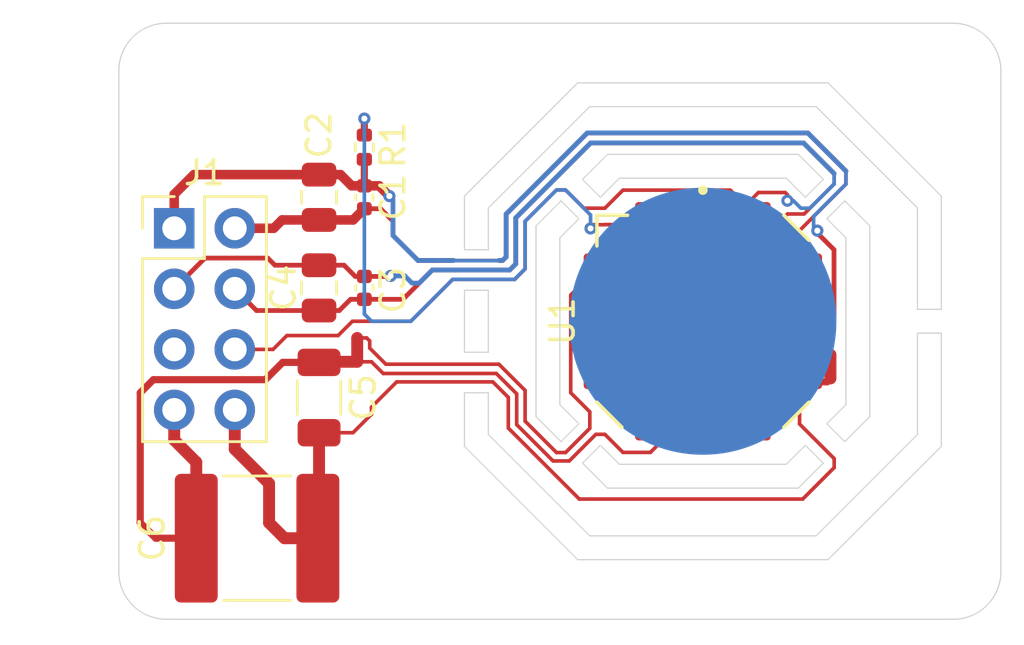
<source format=kicad_pcb>
(kicad_pcb (version 20240108) (generator "pcbnew") (generator_version "8.0")
  (layers (0 "F.Cu" signal) (31 "B.Cu" signal) (34 "B.Paste" user) (35 "F.Paste" user) (36 "B.SilkS" user "B.Silkscreen") (37 "F.SilkS" user "F.Silkscreen") (38 "B.Mask" user) (39 "F.Mask" user) (44 "Edge.Cuts" user))
  (net 0 "")
  (net 1 "GNDPWR")
  (net 2 "VDC")
  (net 5 "GND")
  (net 7 "VDD")
  (net 8 "VREF")
  (net 9 "GNDREF")
  (net 11 "OP_STBL")
  (net 15 "Net-(U1-REFZ_S)")
  (net 17 "/T_SET")
  (footprint "Capacitor_SMD:C_0402_1005Metric" (layer "F.Cu") (at 10.3 11.1 90)
    (property "Reference" "C3" (at -0.1 1.2 90) (layer "F.SilkS"))
    (property "Value" "100n")
    (fp_line (start -0.107836 -0.36) (end 0.107836 -0.36) (stroke (width 0.12)) (layer "F.SilkS"))
    (fp_line (start -0.107836 0.36) (end 0.107836 0.36) (stroke (width 0.12)) (layer "F.SilkS"))
    (pad "1" smd roundrect (at -0.48 0 90) (size 0.56 0.62) (layers "F.Cu" "F.Paste" "F.Mask") (net 7 "VDD"))
    (pad "2" smd roundrect (at 0.48 0 90) (size 0.56 0.62) (layers "F.Cu" "F.Paste" "F.Mask") (net 5 "GND"))
  )
  (footprint "Capacitor_SMD:C_2220_5750Metric" (layer "F.Cu") (at 5.8 21.6)
    (property "Reference" "C6" (at -4.4 0 90) (layer "F.SilkS"))
    (property "Value" "22u 16V")
    (fp_line (start -1.415748 -2.61) (end 1.415748 -2.61) (stroke (width 0.12)) (layer "F.SilkS"))
    (fp_line (start -1.415748 2.61) (end 1.415748 2.61) (stroke (width 0.12)) (layer "F.SilkS"))
    (pad "1" smd roundrect (at -2.55 0) (size 1.8 5.4) (layers "F.Cu" "F.Paste" "F.Mask") (roundrect_rratio 0.138889) (net 8 "VREF"))
    (pad "2" smd roundrect (at 2.55 0) (size 1.8 5.4) (layers "F.Cu" "F.Paste" "F.Mask") (roundrect_rratio 0.138889) (net 9 "GNDREF"))
  )
  (footprint "Resistor_SMD:R_0402_1005Metric" (layer "F.Cu") (at 10.3 5.2 90)
    (property "Reference" "R1" (at 0.1 1.2 90) (layer "F.SilkS"))
    (property "Value" "800k")
    (fp_line (start -0.153641 -0.38) (end 0.153641 -0.38) (stroke (width 0.12)) (layer "F.SilkS"))
    (fp_line (start -0.153641 0.38) (end 0.153641 0.38) (stroke (width 0.12)) (layer "F.SilkS"))
    (pad "1" smd roundrect (at -0.51 0 90) (size 0.54 0.64) (layers "F.Cu" "F.Paste" "F.Mask") (net 1 "GNDPWR"))
    (pad "2" smd roundrect (at 0.51 0 90) (size 0.54 0.64) (layers "F.Cu" "F.Paste" "F.Mask") (net 17 "/T_SET"))
  )
  (footprint "Capacitor_SMD:C_0402_1005Metric" (layer "F.Cu") (at 10.3 7.3 90)
    (property "Reference" "C1" (at 0 1.2 90) (layer "F.SilkS"))
    (property "Value" "100n")
    (fp_line (start -0.107836 -0.36) (end 0.107836 -0.36) (stroke (width 0.12)) (layer "F.SilkS"))
    (fp_line (start -0.107836 0.36) (end 0.107836 0.36) (stroke (width 0.12)) (layer "F.SilkS"))
    (pad "1" smd roundrect (at -0.48 0 90) (size 0.56 0.62) (layers "F.Cu" "F.Paste" "F.Mask") (net 2 "VDC"))
    (pad "2" smd roundrect (at 0.48 0 90) (size 0.56 0.62) (layers "F.Cu" "F.Paste" "F.Mask") (net 1 "GNDPWR"))
  )
  (footprint "Capacitor_SMD:C_1206_3216Metric" (layer "F.Cu") (at 8.4 15.7 -90)
    (property "Reference" "C5" (at 0 -1.85 90) (layer "F.SilkS"))
    (property "Value" "0.47u")
    (fp_line (start -0.711252 0.91) (end 0.711252 0.91) (stroke (width 0.12)) (layer "F.SilkS"))
    (fp_line (start -0.711252 -0.91) (end 0.711252 -0.91) (stroke (width 0.12)) (layer "F.SilkS"))
    (pad "1" smd roundrect (at -1.475 0 270) (size 1.15 1.8) (layers "F.Cu" "F.Paste" "F.Mask") (roundrect_rratio 0.217391) (net 8 "VREF"))
    (pad "2" smd roundrect (at 1.475 0 270) (size 1.15 1.8) (layers "F.Cu" "F.Paste" "F.Mask") (roundrect_rratio 0.217391) (net 9 "GNDREF"))
  )
  (footprint "MountingHole:MountingHole_2.7mm_M2.5" (layer "F.Cu") (at 14 23)
    (property "Reference" "REF**" (hide yes))
    (property "Value" "MountingHole_2.7mm_M2.5" (hide yes))
    (pad "" np_thru_hole circle (at 0 0) (size 2.7 2.7) (drill 2.7) (layers "*.Cu" "*.Mask"))
  )
  (footprint "Connector_PinHeader_2.54mm:PinHeader_2x04_P2.54mm_Vertical" (layer "F.Cu") (at 2.325 8.6)
    (property "Reference" "J1" (at 1.27 -2.33 0) (layer "F.SilkS"))
    (property "Value" "Conn_02x04_Odd_Even")
    (fp_line (start -1.33 -1.33) (end 0 -1.33) (stroke (width 0.12)) (layer "F.SilkS"))
    (fp_line (start -1.33 0) (end -1.33 -1.33) (stroke (width 0.12)) (layer "F.SilkS"))
    (fp_line (start -1.33 1.27) (end -1.33 8.95) (stroke (width 0.12)) (layer "F.SilkS"))
    (fp_line (start -1.33 1.27) (end 1.27 1.27) (stroke (width 0.12)) (layer "F.SilkS"))
    (fp_line (start -1.33 8.95) (end 3.87 8.95) (stroke (width 0.12)) (layer "F.SilkS"))
    (fp_line (start 1.27 -1.33) (end 3.87 -1.33) (stroke (width 0.12)) (layer "F.SilkS"))
    (fp_line (start 1.27 1.27) (end 1.27 -1.33) (stroke (width 0.12)) (layer "F.SilkS"))
    (fp_line (start 3.87 -1.33) (end 3.87 8.95) (stroke (width 0.12)) (layer "F.SilkS"))
    (pad "1" thru_hole rect (at 0 0) (size 1.7 1.7) (drill 1) (layers "*.Cu" "*.Mask") (net 1 "GNDPWR"))
    (pad "2" thru_hole oval (at 2.54 0) (size 1.7 1.7) (drill 1) (layers "*.Cu" "*.Mask") (net 2 "VDC"))
    (pad "3" thru_hole oval (at 0 2.54) (size 1.7 1.7) (drill 1) (layers "*.Cu" "*.Mask") (net 5 "GND"))
    (pad "4" thru_hole oval (at 2.54 2.54) (size 1.7 1.7) (drill 1) (layers "*.Cu" "*.Mask") (net 7 "VDD"))
    (pad "5" thru_hole oval (at 0 5.08) (size 1.7 1.7) (drill 1) (layers "*.Cu" "*.Mask"))
    (pad "6" thru_hole oval (at 2.54 5.08) (size 1.7 1.7) (drill 1) (layers "*.Cu" "*.Mask") (net 11 "OP_STBL"))
    (pad "7" thru_hole oval (at 0 7.62) (size 1.7 1.7) (drill 1) (layers "*.Cu" "*.Mask") (net 8 "VREF"))
    (pad "8" thru_hole oval (at 2.54 7.62) (size 1.7 1.7) (drill 1) (layers "*.Cu" "*.Mask") (net 9 "GNDREF"))
  )
  (footprint "MountingHole:MountingHole_2.7mm_M2.5" (layer "F.Cu") (at 35 2)
    (property "Reference" "REF**" (hide yes))
    (property "Value" "MountingHole_2.7mm_M2.5" (hide yes))
    (pad "" np_thru_hole circle (at 0 0) (size 2.7 2.7) (drill 2.7) (layers "*.Cu" "*.Mask"))
  )
  (footprint "MountingHole:MountingHole_2.7mm_M2.5" (layer "F.Cu") (at 14 2)
    (property "Reference" "REF**" (hide yes))
    (property "Value" "MountingHole_2.7mm_M2.5" (hide yes))
    (pad "" np_thru_hole circle (at 0 0) (size 2.7 2.7) (drill 2.7) (layers "*.Cu" "*.Mask"))
  )
  (footprint "NetTie:NetTie-2_SMD_Pad0.5mm" (layer "F.Cu") (at 10 13.7 90)
    (property "Reference" "NT2" (hide yes))
    (property "Value" "NetTie_2" (hide yes))
    (fp_poly (pts (xy -0.5 -0.25) (xy 0.5 -0.25) (xy 0.5 0.25) (xy -0.5 0.25)) (fill solid) (layer "F.Cu"))
    (pad "1" smd circle (at -0.5 0 90) (size 0.5 0.5) (layers "F.Cu") (net 8 "VREF"))
    (pad "2" smd circle (at 0.5 0 90) (size 0.5 0.5) (layers "F.Cu") (net 15 "Net-(U1-REFZ_S)"))
  )
  (footprint "MountingHole:MountingHole_2.7mm_M2.5" (layer "F.Cu") (at 35 23)
    (property "Reference" "REF**" (hide yes))
    (property "Value" "MountingHole_2.7mm_M2.5" (hide yes))
    (pad "" np_thru_hole circle (at 0 0) (size 2.7 2.7) (drill 2.7) (layers "*.Cu" "*.Mask"))
  )
  (footprint "NetTie:NetTie-2_SMD_Pad0.5mm" (layer "F.Cu") (at 29.85 14.4 -90)
    (property "Reference" "NT1" (hide yes))
    (property "Value" "NetTie_2" (hide yes))
    (fp_poly (pts (xy -0.5 -0.25) (xy 0.5 -0.25) (xy 0.5 0.25) (xy -0.5 0.25)) (fill solid) (layer "F.Cu"))
    (pad "1" smd circle (at -0.5 0 270) (size 0.5 0.5) (layers "F.Cu") (net 5 "GND"))
    (pad "2" smd circle (at 0.5 0 270) (size 0.5 0.5) (layers "F.Cu") (net 9 "GNDREF"))
  )
  (footprint "Capacitor_SMD:C_0805_2012Metric" (layer "F.Cu") (at 8.4 7.3 90)
    (property "Reference" "C2" (at 2.6 0 90) (layer "F.SilkS"))
    (property "Value" "4u7")
    (fp_line (start -0.261252 -0.735) (end 0.261252 -0.735) (stroke (width 0.12)) (layer "F.SilkS"))
    (fp_line (start -0.261252 0.735) (end 0.261252 0.735) (stroke (width 0.12)) (layer "F.SilkS"))
    (pad "1" smd roundrect (at -0.95 0 90) (size 1 1.45) (layers "F.Cu" "F.Paste" "F.Mask") (net 2 "VDC"))
    (pad "2" smd roundrect (at 0.95 0 90) (size 1 1.45) (layers "F.Cu" "F.Paste" "F.Mask") (net 1 "GNDPWR"))
  )
  (footprint "Capacitor_SMD:C_0805_2012Metric" (layer "F.Cu") (at 8.4 11.1 90)
    (property "Reference" "C4" (at 0 -1.5 90) (layer "F.SilkS"))
    (property "Value" "4u7")
    (fp_line (start -0.261252 -0.735) (end 0.261252 -0.735) (stroke (width 0.12)) (layer "F.SilkS"))
    (fp_line (start -0.261252 0.735) (end 0.261252 0.735) (stroke (width 0.12)) (layer "F.SilkS"))
    (pad "1" smd roundrect (at -0.95 0 90) (size 1 1.45) (layers "F.Cu" "F.Paste" "F.Mask") (net 7 "VDD"))
    (pad "2" smd roundrect (at 0.95 0 90) (size 1 1.45) (layers "F.Cu" "F.Paste" "F.Mask") (net 5 "GND"))
  )
  (footprint "my-ic:LCCC-20-NAJ" (layer "F.Cu") (at 24.5 12.5)
    (property "Reference" "U1" (at -5.9 0 90) (layer "F.SilkS"))
    (property "Value" "REF80")
    (fp_line (start -4.445 -4.445) (end -3.16 -4.445) (stroke (width 0.15)) (layer "F.SilkS"))
    (fp_line (start -4.445 -3.16) (end -4.445 -4.445) (stroke (width 0.15)) (layer "F.SilkS"))
    (fp_line (start -3.4 4.445) (end -4.445 3.4) (stroke (width 0.15)) (layer "F.SilkS"))
    (fp_line (start 3.4 -4.445) (end 4.445 -3.4) (stroke (width 0.15)) (layer "F.SilkS"))
    (fp_line (start 4.445 3.4) (end 3.4 4.445) (stroke (width 0.15)) (layer "F.SilkS"))
    (fp_circle (center 0 -5.5) (end 0.1 -5.5) (stroke (width 0.2)) (fill none) (layer "F.SilkS"))
    (pad "1" smd roundrect (at 0 -3.61) (size 0.61 2.78) (layers "F.Cu" "F.Paste" "F.Mask"))
    (pad "2" smd roundrect (at -1.27 -4.055) (size 0.61 1.89) (layers "F.Cu" "F.Paste" "F.Mask"))
    (pad "3" smd roundrect (at -2.54 -4.055) (size 0.61 1.89) (layers "F.Cu" "F.Paste" "F.Mask") (net 17 "/T_SET"))
    (pad "4" smd roundrect (at -4.055 -2.54) (size 1.89 0.61) (layers "F.Cu" "F.Paste" "F.Mask") (net 8 "VREF"))
    (pad "5" smd roundrect (at -4.055 -1.27) (size 1.89 0.61) (layers "F.Cu" "F.Paste" "F.Mask") (net 15 "Net-(U1-REFZ_S)"))
    (pad "6" smd roundrect (at -4.055 0) (size 1.89 0.61) (layers "F.Cu" "F.Paste" "F.Mask"))
    (pad "7" smd roundrect (at -4.055 1.27) (size 1.89 0.61) (layers "F.Cu" "F.Paste" "F.Mask"))
    (pad "8" smd roundrect (at -4.055 2.54) (size 1.89 0.61) (layers "F.Cu" "F.Paste" "F.Mask"))
    (pad "9" smd roundrect (at -2.54 4.055) (size 0.61 1.89) (layers "F.Cu" "F.Paste" "F.Mask"))
    (pad "10" smd roundrect (at -1.27 4.055) (size 0.61 1.89) (layers "F.Cu" "F.Paste" "F.Mask"))
    (pad "11" smd roundrect (at 0 4.055) (size 0.61 1.89) (layers "F.Cu" "F.Paste" "F.Mask"))
    (pad "12" smd roundrect (at 1.27 4.055) (size 0.61 1.89) (layers "F.Cu" "F.Paste" "F.Mask"))
    (pad "13" smd roundrect (at 2.54 4.055) (size 0.61 1.89) (layers "F.Cu" "F.Paste" "F.Mask") (net 5 "GND"))
    (pad "14" smd roundrect (at 4.055 2.54) (size 1.89 0.61) (layers "F.Cu" "F.Paste" "F.Mask") (net 9 "GNDREF"))
    (pad "15" smd roundrect (at 4.055 1.27) (size 1.89 0.61) (layers "F.Cu" "F.Paste" "F.Mask") (net 5 "GND"))
    (pad "16" smd roundrect (at 4.055 0) (size 1.89 0.61) (layers "F.Cu" "F.Paste" "F.Mask") (net 1 "GNDPWR"))
    (pad "17" smd roundrect (at 4.055 -1.27) (size 1.89 0.61) (layers "F.Cu" "F.Paste" "F.Mask") (net 1 "GNDPWR"))
    (pad "18" smd roundrect (at 4.055 -2.54) (size 1.89 0.61) (layers "F.Cu" "F.Paste" "F.Mask") (net 2 "VDC"))
    (pad "19" smd roundrect (at 2.54 -4.055) (size 0.61 1.89) (layers "F.Cu" "F.Paste" "F.Mask") (net 7 "VDD"))
    (pad "20" smd roundrect (at 1.27 -4.055) (size 0.61 1.89) (layers "F.Cu" "F.Paste" "F.Mask") (net 11 "OP_STBL"))
  )
  (gr_circle (center 24.5 12.5) (end 30 12.5) (stroke (width 0.2)) (fill solid) (layer "B.Cu"))
  (gr_line (start 29.7 8.2) (end 30.5 9) (stroke (width 0.05)) (layer "Edge.Cuts"))
  (gr_line (start 18.5 9) (end 19.3 8.2) (stroke (width 0.05)) (layer "Edge.Cuts"))
  (gr_line (start 19.25 22.5) (end 29.75 22.5) (stroke (width 0.05)) (layer "Edge.Cuts"))
  (gr_line (start 28.5 5.5) (end 29.55 6.55) (stroke (width 0.05)) (layer "Edge.Cuts"))
  (gr_line (start 34.5 7.25) (end 29.75 2.5) (stroke (width 0.05)) (layer "Edge.Cuts"))
  (gr_line (start 14.5 17.75) (end 19.25 22.5) (stroke (width 0.05)) (layer "Edge.Cuts"))
  (gr_line (start 28.8 17.7) (end 28 18.5) (stroke (width 0.05)) (layer "Edge.Cuts"))
  (gr_line (start 33.5 12) (end 34.5 12) (stroke (width 0.05)) (layer "Edge.Cuts"))
  (gr_line (start 30.45 7.45) (end 31.5 8.5) (stroke (width 0.05)) (layer "Edge.Cuts"))
  (gr_line (start 34.5 13) (end 34.5 17.75) (stroke (width 0.05)) (layer "Edge.Cuts"))
  (gr_line (start 19.3 8.2) (end 18.55 7.45) (stroke (width 0.05)) (layer "Edge.Cuts"))
  (gr_line (start 29.75 22.5) (end 34.5 17.75) (stroke (width 0.05)) (layer "Edge.Cuts"))
  (gr_line (start 19.3 16.8) (end 18.55 17.55) (stroke (width 0.05)) (layer "Edge.Cuts"))
  (gr_line (start 14.5 9.5) (end 15.5 9.5) (stroke (width 0.05)) (layer "Edge.Cuts"))
  (gr_line (start 29.7 16.8) (end 30.45 17.55) (stroke (width 0.05)) (layer "Edge.Cuts"))
  (gr_line (start 29.55 18.45) (end 28.5 19.5) (stroke (width 0.05)) (layer "Edge.Cuts"))
  (gr_line (start 15.5 9.5) (end 15.5 7.75) (stroke (width 0.05)) (layer "Edge.Cuts"))
  (gr_line (start 29.25 21.5) (end 19.75 21.5) (stroke (width 0.05)) (layer "Edge.Cuts"))
  (gr_line (start 14.5 7.25) (end 14.5 9.5) (stroke (width 0.05)) (layer "Edge.Cuts"))
  (gr_line (start 19.75 21.5) (end 15.5 17.25) (stroke (width 0.05)) (layer "Edge.Cuts"))
  (gr_line (start 15.5 17.25) (end 15.5 15.5) (stroke (width 0.05)) (layer "Edge.Cuts"))
  (gr_line (start 20.2 17.7) (end 19.45 18.45) (stroke (width 0.05)) (layer "Edge.Cuts"))
  (gr_line (start 20.5 5.5) (end 28.5 5.5) (stroke (width 0.05)) (layer "Edge.Cuts"))
  (gr_line (start 19.3 16.8) (end 18.5 16) (stroke (width 0.05)) (layer "Edge.Cuts"))
  (gr_line (start 33.5 17.25) (end 29.25 21.5) (stroke (width 0.05)) (layer "Edge.Cuts"))
  (gr_line (start 17.5 8.5) (end 17.5 16.5) (stroke (width 0.05)) (layer "Edge.Cuts"))
  (gr_line (start 18.55 17.55) (end 17.5 16.5) (stroke (width 0.05)) (layer "Edge.Cuts"))
  (gr_line (start 30.5 9) (end 30.5 16) (stroke (width 0.05)) (layer "Edge.Cuts"))
  (gr_line (start 37 2) (end 37 23) (stroke (width 0.05)) (layer "Edge.Cuts"))
  (gr_line (start 14.5 13.8) (end 15.5 13.8) (stroke (width 0.05)) (layer "Edge.Cuts"))
  (gr_line (start 28.8 17.7) (end 29.55 18.45) (stroke (width 0.05)) (layer "Edge.Cuts"))
  (gr_arc (start 37 23) (mid 36.414214 24.414214) (end 35 25) (stroke (width 0.05)) (layer "Edge.Cuts"))
  (gr_line (start 20.2 7.3) (end 21 6.5) (stroke (width 0.05)) (layer "Edge.Cuts"))
  (gr_line (start 34.5 7.25) (end 34.5 12) (stroke (width 0.05)) (layer "Edge.Cuts"))
  (gr_line (start 2 0) (end 35 0) (stroke (width 0.05)) (layer "Edge.Cuts"))
  (gr_line (start 19.75 3.5) (end 29.25 3.5) (stroke (width 0.05)) (layer "Edge.Cuts"))
  (gr_line (start 21 6.5) (end 28 6.5) (stroke (width 0.05)) (layer "Edge.Cuts"))
  (gr_line (start 15.5 7.75) (end 19.75 3.5) (stroke (width 0.05)) (layer "Edge.Cuts"))
  (gr_line (start 33.5 7.75) (end 33.5 12) (stroke (width 0.05)) (layer "Edge.Cuts"))
  (gr_line (start 35 25) (end 2 25) (stroke (width 0.05)) (layer "Edge.Cuts"))
  (gr_arc (start 2 25) (mid 0.585786 24.414214) (end 0 23) (stroke (width 0.05)) (layer "Edge.Cuts"))
  (gr_line (start 18.5 16) (end 18.5 9) (stroke (width 0.05)) (layer "Edge.Cuts"))
  (gr_line (start 29.7 8.2) (end 30.45 7.45) (stroke (width 0.05)) (layer "Edge.Cuts"))
  (gr_line (start 15.5 13.8) (end 15.5 11.2) (stroke (width 0.05)) (layer "Edge.Cuts"))
  (gr_line (start 19.25 2.5) (end 14.5 7.25) (stroke (width 0.05)) (layer "Edge.Cuts"))
  (gr_line (start 30.5 16) (end 29.7 16.8) (stroke (width 0.05)) (layer "Edge.Cuts"))
  (gr_line (start 21 18.5) (end 20.2 17.7) (stroke (width 0.05)) (layer "Edge.Cuts"))
  (gr_line (start 29.25 3.5) (end 33.5 7.75) (stroke (width 0.05)) (layer "Edge.Cuts"))
  (gr_line (start 14.5 15.5) (end 14.5 17.75) (stroke (width 0.05)) (layer "Edge.Cuts"))
  (gr_line (start 31.5 16.5) (end 31.5 8.5) (stroke (width 0.05)) (layer "Edge.Cuts"))
  (gr_line (start 15.5 11.2) (end 14.5 11.2) (stroke (width 0.05)) (layer "Edge.Cuts"))
  (gr_line (start 15.5 15.5) (end 14.5 15.5) (stroke (width 0.05)) (layer "Edge.Cuts"))
  (gr_line (start 20.5 19.5) (end 28.5 19.5) (stroke (width 0.05)) (layer "Edge.Cuts"))
  (gr_line (start 14.5 11.2) (end 14.5 13.8) (stroke (width 0.05)) (layer "Edge.Cuts"))
  (gr_line (start 33.5 13) (end 34.5 13) (stroke (width 0.05)) (layer "Edge.Cuts"))
  (gr_arc (start 0 2) (mid 0.585786 0.585786) (end 2 0) (stroke (width 0.05)) (layer "Edge.Cuts"))
  (gr_line (start 31.5 16.5) (end 30.45 17.55) (stroke (width 0.05)) (layer "Edge.Cuts"))
  (gr_line (start 28 6.5) (end 28.8 7.3) (stroke (width 0.05)) (layer "Edge.Cuts"))
  (gr_line (start 19.45 6.55) (end 20.5 5.5) (stroke (width 0.05)) (layer "Edge.Cuts"))
  (gr_line (start 28 18.5) (end 21 18.5) (stroke (width 0.05)) (layer "Edge.Cuts"))
  (gr_line (start 29.75 2.5) (end 19.25 2.5) (stroke (width 0.05)) (layer "Edge.Cuts"))
  (gr_line (start 28.8 7.3) (end 29.55 6.55) (stroke (width 0.05)) (layer "Edge.Cuts"))
  (gr_arc (start 35 0) (mid 36.414214 0.585786) (end 37 2) (stroke (width 0.05)) (layer "Edge.Cuts"))
  (gr_line (start 20.5 19.5) (end 19.45 18.45) (stroke (width 0.05)) (layer "Edge.Cuts"))
  (gr_line (start 20.2 7.3) (end 19.45 6.55) (stroke (width 0.05)) (layer "Edge.Cuts"))
  (gr_line (start 0 23) (end 0 2) (stroke (width 0.05)) (layer "Edge.Cuts"))
  (gr_line (start 33.5 17.25) (end 33.5 13) (stroke (width 0.05)) (layer "Edge.Cuts"))
  (gr_line (start 17.5 8.5) (end 18.55 7.45) (stroke (width 0.05)) (layer "Edge.Cuts"))
  (segment (start 10.3 5.71) (end 10.3 6.82) (width 0.3) (layer "F.Cu") (net 1))
  (segment (start 29.8 12.5) (end 30 12.3) (width 0.2) (layer "F.Cu") (net 1))
  (segment (start 3.15 6.35) (end 8.4 6.35) (width 0.4) (layer "F.Cu") (net 1))
  (segment (start 10.3 6.82) (end 10.92 6.82) (width 0.4) (layer "F.Cu") (net 1))
  (segment (start 8.4 6.35) (end 9.3 6.35) (width 0.4) (layer "F.Cu") (net 1))
  (segment (start 9.3 6.35) (end 9.77 6.82) (width 0.4) (layer "F.Cu") (net 1))
  (segment (start 28.555 11.23) (end 29.87 11.23) (width 0.2) (layer "F.Cu") (net 1))
  (segment (start 9.77 6.82) (end 10.3 6.82) (width 0.4) (layer "F.Cu") (net 1))
  (segment (start 29.4 8.9) (end 29.3 8.8) (width 0.2) (layer "F.Cu") (net 1))
  (segment (start 30 12.3) (end 30 11.1) (width 0.2) (layer "F.Cu") (net 1))
  (segment (start 2.325 7.175) (end 3.15 6.35) (width 0.4) (layer "F.Cu") (net 1))
  (segment (start 2.325 8.6) (end 2.325 7.175) (width 0.4) (layer "F.Cu") (net 1))
  (segment (start 10.92 6.82) (end 11.35 7.25) (width 0.4) (layer "F.Cu") (net 1))
  (segment (start 29.87 11.23) (end 30 11.1) (width 0.2) (layer "F.Cu") (net 1))
  (segment (start 30 9.5) (end 29.4 8.9) (width 0.2) (layer "F.Cu") (net 1))
  (segment (start 30 11.1) (end 30 9.5) (width 0.2) (layer "F.Cu") (net 1))
  (segment (start 28.555 12.5) (end 29.8 12.5) (width 0.2) (layer "F.Cu") (net 1))
  (segment (start 29.3 8.8) (end 29.3 8.7) (width 0.2) (layer "F.Cu") (net 1))
  (via (at 11.35 7.25) (size 0.508) (drill 0.254) (layers "F.Cu" "B.Cu") (net 1))
  (via (at 29.3 8.7) (size 0.508) (drill 0.254) (layers "F.Cu" "B.Cu") (net 1))
  (segment (start 15.95 9.95) (end 15.9428 9.9572) (width 0.1524) (layer "B.Cu") (net 1))
  (segment (start 19.65 4.6) (end 16.25 8) (width 0.2) (layer "B.Cu") (net 1))
  (segment (start 12.55 9.95) (end 11.5 8.9) (width 0.2) (layer "B.Cu") (net 1))
  (segment (start 30.5 6.2) (end 28.9 4.6) (width 0.2) (layer "B.Cu") (net 1))
  (segment (start 28 4.6) (end 19.65 4.6) (width 0.2) (layer "B.Cu") (net 1))
  (segment (start 11.5 7.4) (end 11.35 7.25) (width 0.2) (layer "B.Cu") (net 1))
  (segment (start 15.9428 9.9572) (end 14.0572 9.9572) (width 0.1524) (layer "B.Cu") (net 1))
  (segment (start 14.05 9.95) (end 12.55 9.95) (width 0.2) (layer "B.Cu") (net 1))
  (segment (start 29.3 8.7) (end 29.145207 8.545207) (width 0.1524) (layer "B.Cu") (net 1))
  (segment (start 30.5 6.744946) (end 30.5 6.2) (width 0.1524) (layer "B.Cu") (net 1))
  (segment (start 16.25 9.8) (end 16.1 9.95) (width 0.2) (layer "B.Cu") (net 1))
  (segment (start 16.1 9.95) (end 15.95 9.95) (width 0.2) (layer "B.Cu") (net 1))
  (segment (start 29.145207 8.099739) (end 30.5 6.744946) (width 0.1524) (layer "B.Cu") (net 1))
  (segment (start 11.5 8.9) (end 11.5 7.4) (width 0.2) (layer "B.Cu") (net 1))
  (segment (start 29.145207 8.545207) (end 29.145207 8.099739) (width 0.1524) (layer "B.Cu") (net 1))
  (segment (start 14.0572 9.9572) (end 14.05 9.95) (width 0.1524) (layer "B.Cu") (net 1))
  (segment (start 28.9 4.6) (end 28 4.6) (width 0.2) (layer "B.Cu") (net 1))
  (segment (start 16.25 8) (end 16.25 9.8) (width 0.2) (layer "B.Cu") (net 1))
  (segment (start 12.55 9.95) (end 13.2 9.95) (width 0.2) (layer "F.Cu") (net 2))
  (segment (start 14.0072 9.9572) (end 14 9.95) (width 0.1524) (layer "F.Cu") (net 2))
  (segment (start 6.85 8.25) (end 8.4 8.25) (width 0.4) (layer "F.Cu") (net 2))
  (segment (start 11.5 8.9) (end 12.55 9.95) (width 0.2) (layer "F.Cu") (net 2))
  (segment (start 11.5 8.3) (end 11.5 8.9) (width 0.2) (layer "F.Cu") (net 2))
  (segment (start 19.650839 4.6) (end 16.25 8.000839) (width 0.2) (layer "F.Cu") (net 2))
  (segment (start 10.98 7.78) (end 11.5 8.3) (width 0.2) (layer "F.Cu") (net 2))
  (segment (start 6.5 8.6) (end 6.85 8.25) (width 0.4) (layer "F.Cu") (net 2))
  (segment (start 8.4 8.25) (end 9.83 8.25) (width 0.4) (layer "F.Cu") (net 2))
  (segment (start 4.865 8.6) (end 6.5 8.6) (width 0.4) (layer "F.Cu") (net 2))
  (segment (start 28 4.6) (end 19.650839 4.6) (width 0.2) (layer "F.Cu") (net 2))
  (segment (start 28.555 8.695183) (end 30.5 6.750183) (width 0.1524) (layer "F.Cu") (net 2))
  (segment (start 16.25 9.55) (end 16.25 9.8) (width 0.2) (layer "F.Cu") (net 2))
  (segment (start 16.1 9.95) (end 15.95 9.95) (width 0.2) (layer "F.Cu") (net 2))
  (segment (start 28.9 4.6) (end 28 4.6) (width 0.2) (layer "F.Cu") (net 2))
  (segment (start 13.2 9.95) (end 13.1 9.95) (width 0.2) (layer "F.Cu") (net 2))
  (segment (start 14 9.95) (end 13.2 9.95) (width 0.2) (layer "F.Cu") (net 2))
  (segment (start 30.5 6.750183) (end 30.5 6.2) (width 0.1524) (layer "F.Cu") (net 2))
  (segment (start 10.3 7.78) (end 10.98 7.78) (width 0.2) (layer "F.Cu") (net 2))
  (segment (start 9.83 8.25) (end 10.3 7.78) (width 0.4) (layer "F.Cu") (net 2))
  (segment (start 28.555 9.96) (end 28.555 8.695183) (width 0.1524) (layer "F.Cu") (net 2))
  (segment (start 30.5 6.2) (end 28.9 4.6) (width 0.2) (layer "F.Cu") (net 2))
  (segment (start 16.25 9.8) (end 16.1 9.95) (width 0.2) (layer "F.Cu") (net 2))
  (segment (start 15.9428 9.9572) (end 14.0072 9.9572) (width 0.1524) (layer "F.Cu") (net 2))
  (segment (start 15.95 9.95) (end 15.9428 9.9572) (width 0.1524) (layer "F.Cu") (net 2))
  (segment (start 16.25 8.000839) (end 16.25 9.55) (width 0.2) (layer "F.Cu") (net 2))
  (segment (start 10.3 10.62) (end 11.38 10.62) (width 0.2) (layer "F.Cu") (net 5))
  (segment (start 27.04 14.06) (end 27.33 13.77) (width 0.3) (layer "F.Cu") (net 5))
  (segment (start 28.555 13.77) (end 29.72 13.77) (width 0.3) (layer "F.Cu") (net 5))
  (segment (start 2.325 11.14) (end 3.615 9.85) (width 0.2) (layer "F.Cu") (net 5))
  (segment (start 27.953422 7.1) (end 26.8295 7.1) (width 0.1524) (layer "F.Cu") (net 5))
  (segment (start 6.55 10.15) (end 8.4 10.15) (width 0.2) (layer "F.Cu") (net 5))
  (segment (start 9.45 10.15) (end 9.92 10.62) (width 0.2) (layer "F.Cu") (net 5))
  (segment (start 29.525 13.125) (end 29.85 13.45) (width 0.1524) (layer "F.Cu") (net 5))
  (segment (start 28.555 13.77) (end 27.37 13.77) (width 0.1524) (layer "F.Cu") (net 5))
  (segment (start 27.953422 7.1) (end 28.045563 7.192141) (width 0.1524) (layer "F.Cu") (net 5))
  (segment (start 9.92 10.62) (end 10.3 10.62) (width 0.2) (layer "F.Cu") (net 5))
  (segment (start 6.25 9.85) (end 6.55 10.15) (width 0.2) (layer "F.Cu") (net 5))
  (segment (start 26.8295 7.1) (end 26.4588 7.4707) (width 0.1524) (layer "F.Cu") (net 5))
  (segment (start 29.72 13.77) (end 29.85 13.9) (width 0.3) (layer "F.Cu") (net 5))
  (segment (start 26.725 13.125) (end 29.525 13.125) (width 0.1524) (layer "F.Cu") (net 5))
  (segment (start 26.4588 7.4707) (end 26.4588 12.8588) (width 0.1524) (layer "F.Cu") (net 5))
  (segment (start 26.4588 12.8588) (end 26.725 13.125) (width 0.1524) (layer "F.Cu") (net 5))
  (segment (start 28.045563 7.192141) (end 28.045563 7.443589) (width 0.1524) (layer "F.Cu") (net 5))
  (segment (start 27.33 13.77) (end 28.555 13.77) (width 0.3) (layer "F.Cu") (net 5))
  (segment (start 8.4 10.15) (end 9.45 10.15) (width 0.2) (layer "F.Cu") (net 5))
  (segment (start 27.04 16.555) (end 27.04 14.06) (width 0.3) (layer "F.Cu") (net 5))
  (segment (start 11.38 10.62) (end 11.4 10.6) (width 0.2) (layer "F.Cu") (net 5))
  (segment (start 3.615 9.85) (end 6.25 9.85) (width 0.2) (layer "F.Cu") (net 5))
  (segment (start 29.85 13.45) (end 29.85 13.9) (width 0.1524) (layer "F.Cu") (net 5))
  (via (at 28.045563 7.443589) (size 0.508) (drill 0.254) (layers "F.Cu" "B.Cu") (net 5))
  (via (at 11.4 10.6) (size 0.508) (drill 0.254) (layers "F.Cu" "B.Cu") (net 5))
  (segment (start 16.65 10.1) (end 16.4 10.35) (width 0.2) (layer "B.Cu") (net 5))
  (segment (start 12.3 10.9) (end 12 10.6) (width 0.2) (layer "B.Cu") (net 5))
  (segment (start 16.65 8.166525) (end 16.65 10.1) (width 0.2) (layer "B.Cu") (net 5))
  (segment (start 28.719 5.019) (end 19.797525 5.019) (width 0.2) (layer "B.Cu") (net 5))
  (segment (start 28.989379 7.757199) (end 29.973289 6.773289) (width 0.1524) (layer "B.Cu") (net 5))
  (segment (start 30.007199 6.307199) (end 28.719 5.019) (width 0.2) (layer "B.Cu") (net 5))
  (segment (start 16.4 10.35) (end 13.15 10.35) (width 0.2) (layer "B.Cu") (net 5))
  (segment (start 28.045563 7.443589) (end 28.297011 7.443589) (width 0.1524) (layer "B.Cu") (net 5))
  (segment (start 28.297011 7.443589) (end 28.426711 7.573289) (width 0.1524) (layer "B.Cu") (net 5))
  (segment (start 28.610621 7.757199) (end 28.989379 7.757199) (width 0.1524) (layer "B.Cu") (net 5))
  (segment (start 28.426711 7.573289) (end 28.610621 7.757199) (width 0.1524) (layer "B.Cu") (net 5))
  (segment (start 29.973289 6.773289) (end 30.007199 6.739379) (width 0.1524) (layer "B.Cu") (net 5))
  (segment (start 12.6 10.9) (end 12.3 10.9) (width 0.2) (layer "B.Cu") (net 5))
  (segment (start 19.797525 5.019) (end 16.65 8.166525) (width 0.2) (layer "B.Cu") (net 5))
  (segment (start 30.007199 6.739379) (end 30.007199 6.307199) (width 0.1524) (layer "B.Cu") (net 5))
  (segment (start 13.15 10.35) (end 12.6 10.9) (width 0.2) (layer "B.Cu") (net 5))
  (segment (start 12 10.6) (end 11.4 10.6) (width 0.2) (layer "B.Cu") (net 5))
  (segment (start 28.746578 8) (end 30.007199 6.739379) (width 0.1524) (layer "F.Cu") (net 7))
  (segment (start 9.25 12.05) (end 9.72 11.58) (width 0.2) (layer "F.Cu") (net 7))
  (segment (start 8.4 12.05) (end 5.775 12.05) (width 0.2) (layer "F.Cu") (net 7))
  (segment (start 16.65 10.1) (end 16.4 10.35) (width 0.2) (layer "F.Cu") (net 7))
  (segment (start 16.65 8.166525) (end 16.65 10.1) (width 0.2) (layer "F.Cu") (net 7))
  (segment (start 30.007199 6.307199) (end 30 6.3) (width 0.1524) (layer "F.Cu") (net 7))
  (segment (start 13.15 10.35) (end 11.92 11.58) (width 0.2) (layer "F.Cu") (net 7))
  (segment (start 11.92 11.58) (end 10.3 11.58) (width 0.2) (layer "F.Cu") (net 7))
  (segment (start 8.4 12.05) (end 9.25 12.05) (width 0.2) (layer "F.Cu") (net 7))
  (segment (start 28.719 5.019) (end 19.797525 5.019) (width 0.2) (layer "F.Cu") (net 7))
  (segment (start 28.05 8) (end 28.746578 8) (width 0.1524) (layer "F.Cu") (net 7))
  (segment (start 27.605 8.445) (end 28.05 8) (width 0.1524) (layer "F.Cu") (net 7))
  (segment (start 27.04 8.445) (end 27.605 8.445) (width 0.1524) (layer "F.Cu") (net 7))
  (segment (start 5.775 12.05) (end 4.865 11.14) (width 0.2) (layer "F.Cu") (net 7))
  (segment (start 16.4 10.35) (end 13.15 10.35) (width 0.2) (layer "F.Cu") (net 7))
  (segment (start 30.007199 6.739379) (end 30.007199 6.307199) (width 0.1524) (layer "F.Cu") (net 7))
  (segment (start 9.72 11.58) (end 10.3 11.58) (width 0.2) (layer "F.Cu") (net 7))
  (segment (start 19.797525 5.019) (end 16.65 8.166525) (width 0.2) (layer "F.Cu") (net 7))
  (segment (start 30 6.3) (end 28.719 5.019) (width 0.2) (layer "F.Cu") (net 7))
  (segment (start 22.3 18) (end 21.146578 18) (width 0.1524) (layer "F.Cu") (net 8))
  (segment (start 2.325 17.484) (end 3.25 18.409) (width 0.5) (layer "F.Cu") (net 8))
  (segment (start 8.4 14.225) (end 6.875 14.225) (width 0.3) (layer "F.Cu") (net 8))
  (segment (start 0.9 15.5) (end 0.9 20.95) (width 0.3) (layer "F.Cu") (net 8))
  (segment (start 22.6 17.7) (end 22.3 18) (width 0.1524) (layer "F.Cu") (net 8))
  (segment (start 6.875 14.225) (end 6.15 14.95) (width 0.3) (layer "F.Cu") (net 8))
  (segment (start 21.146578 18) (end 20.389379 17.242801) (width 0.1524) (layer "F.Cu") (net 8))
  (segment (start 1.55 21.6) (end 3.25 21.6) (width 0.3) (layer "F.Cu") (net 8))
  (segment (start 10 14.2) (end 8.425 14.2) (width 0.5) (layer "F.Cu") (net 8))
  (segment (start 2.325 16.22) (end 2.325 17.484) (width 0.5) (layer "F.Cu") (net 8))
  (segment (start 21.56 9.96) (end 22.6 11) (width 0.1524) (layer "F.Cu") (net 8))
  (segment (start 18.214652 18.359599) (end 16.690401 16.835348) (width 0.1524) (layer "F.Cu") (net 8))
  (segment (start 20.389379 17.242801) (end 20.010621 17.242801) (width 0.1524) (layer "F.Cu") (net 8))
  (segment (start 11.092032 14.6904) (end 10.601632 14.2) (width 0.1524) (layer "F.Cu") (net 8))
  (segment (start 3.25 18.409) (end 3.25 21.6) (width 0.5) (layer "F.Cu") (net 8))
  (segment (start 0.9 20.95) (end 1.55 21.6) (width 0.3) (layer "F.Cu") (net 8))
  (segment (start 15.835347 14.6904) (end 11.092032 14.6904) (width 0.1524) (layer "F.Cu") (net 8))
  (segment (start 16.690401 16.835348) (end 16.690401 15.545454) (width 0.1524) (layer "F.Cu") (net 8))
  (segment (start 16.690401 15.545454) (end 15.835347 14.6904) (width 0.1524) (layer "F.Cu") (net 8))
  (segment (start 18.893823 18.359599) (end 18.214652 18.359599) (width 0.1524) (layer "F.Cu") (net 8))
  (segment (start 6.15 14.95) (end 1.45 14.95) (width 0.3) (layer "F.Cu") (net 8))
  (segment (start 1.45 14.95) (end 0.9 15.5) (width 0.3) (layer "F.Cu") (net 8))
  (segment (start 20.010621 17.242801) (end 18.893823 18.359599) (width 0.1524) (layer "F.Cu") (net 8))
  (segment (start 20.445 9.96) (end 21.56 9.96) (width 0.1524) (layer "F.Cu") (net 8))
  (segment (start 22.6 11) (end 22.6 17.7) (width 0.1524) (layer "F.Cu") (net 8))
  (segment (start 10.601632 14.2) (end 10 14.2) (width 0.1524) (layer "F.Cu") (net 8))
  (segment (start 8.425 14.2) (end 8.4 14.225) (width 0.3) (layer "F.Cu") (net 8))
  (segment (start 6.304 19.304) (end 6.304 20.955) (width 0.5) (layer "F.Cu") (net 9))
  (segment (start 30.007199 18.260621) (end 28.555 16.808422) (width 0.1524) (layer "F.Cu") (net 9))
  (segment (start 29.71 15.04) (end 29.85 14.9) (width 0.3) (layer "F.Cu") (net 9))
  (segment (start 28.555 15.04) (end 29.71 15.04) (width 0.3) (layer "F.Cu") (net 9))
  (segment (start 9.825 17.175) (end 10.6 16.4) (width 0.1524) (layer "F.Cu") (net 9))
  (segment (start 11.6572 15.0428) (end 15.689378 15.0428) (width 0.1524) (layer "F.Cu") (net 9))
  (segment (start 6.304 20.955) (end 6.949 21.6) (width 0.5) (layer "F.Cu") (net 9))
  (segment (start 28.555 16.808422) (end 28.555 15.04) (width 0.1524) (layer "F.Cu") (net 9))
  (segment (start 10.6 16.1) (end 11.6572 15.0428) (width 0.1524) (layer "F.Cu") (net 9))
  (segment (start 8.4 17.175) (end 9.825 17.175) (width 0.1524) (layer "F.Cu") (net 9))
  (segment (start 28.689378 19.9572) (end 30.007199 18.639379) (width 0.1524) (layer "F.Cu") (net 9))
  (segment (start 10.6 16.4) (end 10.6 16.1) (width 0.1524) (layer "F.Cu") (net 9))
  (segment (start 4.865 17.865) (end 6.304 19.304) (width 0.5) (layer "F.Cu") (net 9))
  (segment (start 30.007199 18.639379) (end 30.007199 18.260621) (width 0.1524) (layer "F.Cu") (net 9))
  (segment (start 16.338001 16.981317) (end 16.544432 17.187748) (width 0.1524) (layer "F.Cu") (net 9))
  (segment (start 4.865 16.22) (end 4.865 17.865) (width 0.5) (layer "F.Cu") (net 9))
  (segment (start 15.689378 15.0428) (end 16.338001 15.691423) (width 0.1524) (layer "F.Cu") (net 9))
  (segment (start 16.338001 15.691423) (end 16.338001 16.981317) (width 0.1524) (layer "F.Cu") (net 9))
  (segment (start 8.4 21.55) (end 8.35 21.6) (width 0.5) (layer "F.Cu") (net 9))
  (segment (start 6.949 21.6) (end 8.35 21.6) (width 0.5) (layer "F.Cu") (net 9))
  (segment (start 16.544432 17.187748) (end 19.313885 19.9572) (width 0.1524) (layer "F.Cu") (net 9))
  (segment (start 8.4 17.175) (end 8.4 21.55) (width 0.5) (layer "F.Cu") (net 9))
  (segment (start 19.313885 19.9572) (end 28.689378 19.9572) (width 0.1524) (layer "F.Cu") (net 9))
  (segment (start 17.0428 8.3072) (end 17.0428 10.3072) (width 0.1524) (layer "F.Cu") (net 11))
  (segment (start 19.507199 7.757199) (end 18.8 7.05) (width 0.1524) (layer "F.Cu") (net 11))
  (segment (start 14.0072 10.7428) (end 12.25 12.5) (width 0.1524) (layer "F.Cu") (net 11))
  (segment (start 12.25 12.5) (end 9.8 12.5) (width 0.1524) (layer "F.Cu") (net 11))
  (segment (start 18.739379 6.992801) (end 18.355752 6.992801) (width 0.1524) (layer "F.Cu") (net 11))
  (segment (start 18.796578 7.05) (end 18.739379 6.992801) (width 0.1524) (layer "F.Cu") (net 11))
  (segment (start 25.65 7) (end 21.146578 7) (width 0.1524) (layer "F.Cu") (net 11))
  (segment (start 17.0428 10.3072) (end 16.6072 10.7428) (width 0.1524) (layer "F.Cu") (net 11))
  (segment (start 7.05 13.1) (end 6.47 13.68) (width 0.1524) (layer "F.Cu") (net 11))
  (segment (start 9.8 12.5) (end 9.2 13.1) (width 0.1524) (layer "F.Cu") (net 11))
  (segment (start 21.146578 7) (end 20.389379 7.757199) (width 0.1524) (layer "F.Cu") (net 11))
  (segment (start 20.389379 7.757199) (end 19.507199 7.757199) (width 0.1524) (layer "F.Cu") (net 11))
  (segment (start 17.05 8.298553) (end 17.05 8.3) (width 0.1524) (layer "F.Cu") (net 11))
  (segment (start 25.77 7.12) (end 25.65 7) (width 0.1524) (layer "F.Cu") (net 11))
  (segment (start 25.77 8.445) (end 25.77 7.12) (width 0.1524) (layer "F.Cu") (net 11))
  (segment (start 18.8 7.05) (end 18.796578 7.05) (width 0.1524) (layer "F.Cu") (net 11))
  (segment (start 18.355752 6.992801) (end 17.05 8.298553) (width 0.1524) (layer "F.Cu") (net 11))
  (segment (start 9.2 13.1) (end 7.05 13.1) (width 0.1524) (layer "F.Cu") (net 11))
  (segment (start 16.6072 10.7428) (end 14.0072 10.7428) (width 0.1524) (layer "F.Cu") (net 11))
  (segment (start 17.05 8.3) (end 17.0428 8.3072) (width 0.1524) (layer "F.Cu") (net 11))
  (segment (start 6.47 13.68) (end 4.865 13.68) (width 0.1524) (layer "F.Cu") (net 11))
  (segment (start 18.739379 18.007199) (end 18.360621 18.007199) (width 0.1524) (layer "F.Cu") (net 15))
  (segment (start 18.9572 15.5) (end 19.757199 16.299999) (width 0.1524) (layer "F.Cu") (net 15))
  (segment (start 10.5262 13.3262) (end 10.5262 13.6262) (width 0.1524) (layer "F.Cu") (net 15))
  (segment (start 19.1272 11.23) (end 18.9572 11.4) (width 0.1524) (layer "F.Cu") (net 15))
  (segment (start 18.360621 18.007199) (end 17.042801 16.689379) (width 0.1524) (layer "F.Cu") (net 15))
  (segment (start 10 13.2) (end 10.4 13.2) (width 0.1524) (layer "F.Cu") (net 15))
  (segment (start 19.757199 16.299999) (end 19.757199 16.989379) (width 0.1524) (layer "F.Cu") (net 15))
  (segment (start 15.943316 14.3) (end 11.2 14.3) (width 0.1524) (layer "F.Cu") (net 15))
  (segment (start 17.042801 15.399485) (end 15.943316 14.3) (width 0.1524) (layer "F.Cu") (net 15))
  (segment (start 11.2 14.3) (end 10.5262 13.6262) (width 0.1524) (layer "F.Cu") (net 15))
  (segment (start 18.9572 11.4) (end 18.9572 15.5) (width 0.1524) (layer "F.Cu") (net 15))
  (segment (start 10.4 13.2) (end 10.5262 13.3262) (width 0.1524) (layer "F.Cu") (net 15))
  (segment (start 19.757199 16.989379) (end 18.739379 18.007199) (width 0.1524) (layer "F.Cu") (net 15))
  (segment (start 20.445 11.23) (end 19.1272 11.23) (width 0.1524) (layer "F.Cu") (net 15))
  (segment (start 17.042801 16.689379) (end 17.042801 15.399485) (width 0.1524) (layer "F.Cu") (net 15))
  (segment (start 20.405 8.445) (end 20.4 8.45) (width 0.1524) (layer "F.Cu") (net 17))
  (segment (start 20.4 8.45) (end 19.944338 8.45) (width 0.1524) (layer "F.Cu") (net 17))
  (segment (start 19.944338 8.45) (end 19.787821 8.606517) (width 0.1524) (layer "F.Cu") (net 17))
  (segment (start 10.3 4.69) (end 10.3 4) (width 0.3) (layer "F.Cu") (net 17))
  (segment (start 21.96 8.445) (end 20.405 8.445) (width 0.1524) (layer "F.Cu") (net 17))
  (via (at 10.3 4) (size 0.508) (drill 0.254) (layers "F.Cu" "B.Cu") (net 17))
  (via (at 19.787821 8.606517) (size 0.508) (drill 0.254) (layers "F.Cu" "B.Cu") (net 17))
  (segment (start 17.042801 10.3) (end 16.600001 10.7428) (width 0.1524) (layer "B.Cu") (net 17))
  (segment (start 18.739379 6.992801) (end 18.360621 6.992801) (width 0.1524) (layer "B.Cu") (net 17))
  (segment (start 17.042801 8.310621) (end 17.042801 10.3) (width 0.1524) (layer "B.Cu") (net 17))
  (segment (start 12.25 12.5) (end 10.6 12.5) (width 0.1524) (layer "B.Cu") (net 17))
  (segment (start 10.3 12.2) (end 10.3 4) (width 0.1524) (layer "B.Cu") (net 17))
  (segment (start 19.787821 8.606517) (end 19.787821 8.041243) (width 0.1524) (layer "B.Cu") (net 17))
  (segment (start 19.787821 8.041243) (end 18.739379 6.992801) (width 0.1524) (layer "B.Cu") (net 17))
  (segment (start 16.600001 10.7428) (end 14.0072 10.7428) (width 0.1524) (layer "B.Cu") (net 17))
  (segment (start 18.360621 6.992801) (end 17.042801 8.310621) (width 0.1524) (layer "B.Cu") (net 17))
  (segment (start 10.6 12.5) (end 10.3 12.2) (width 0.1524) (layer "B.Cu") (net 17))
  (segment (start 14.0072 10.7428) (end 12.25 12.5) (width 0.1524) (layer "B.Cu") (net 17))
)
</source>
